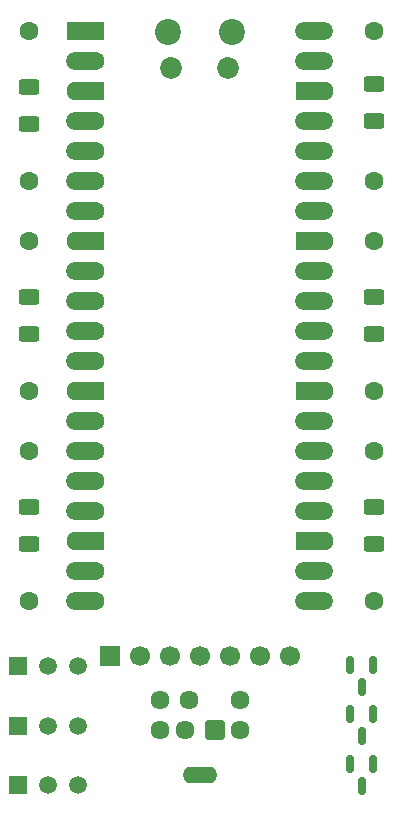
<source format=gbr>
%TF.GenerationSoftware,KiCad,Pcbnew,9.0.6*%
%TF.CreationDate,2025-11-18T00:54:51+10:00*%
%TF.ProjectId,PicoX68Key,5069636f-5836-4384-9b65-792e6b696361,rev?*%
%TF.SameCoordinates,Original*%
%TF.FileFunction,Soldermask,Top*%
%TF.FilePolarity,Negative*%
%FSLAX46Y46*%
G04 Gerber Fmt 4.6, Leading zero omitted, Abs format (unit mm)*
G04 Created by KiCad (PCBNEW 9.0.6) date 2025-11-18 00:54:51*
%MOMM*%
%LPD*%
G01*
G04 APERTURE LIST*
G04 Aperture macros list*
%AMRoundRect*
0 Rectangle with rounded corners*
0 $1 Rounding radius*
0 $2 $3 $4 $5 $6 $7 $8 $9 X,Y pos of 4 corners*
0 Add a 4 corners polygon primitive as box body*
4,1,4,$2,$3,$4,$5,$6,$7,$8,$9,$2,$3,0*
0 Add four circle primitives for the rounded corners*
1,1,$1+$1,$2,$3*
1,1,$1+$1,$4,$5*
1,1,$1+$1,$6,$7*
1,1,$1+$1,$8,$9*
0 Add four rect primitives between the rounded corners*
20,1,$1+$1,$2,$3,$4,$5,0*
20,1,$1+$1,$4,$5,$6,$7,0*
20,1,$1+$1,$6,$7,$8,$9,0*
20,1,$1+$1,$8,$9,$2,$3,0*%
%AMFreePoly0*
4,1,37,0.000000,0.796148,0.078414,0.796148,0.232228,0.765552,0.377117,0.705537,0.507515,0.618408,0.618408,0.507515,0.705537,0.377117,0.765552,0.232228,0.796148,0.078414,0.796148,-0.078414,0.765552,-0.232228,0.705537,-0.377117,0.618408,-0.507515,0.507515,-0.618408,0.377117,-0.705537,0.232228,-0.765552,0.078414,-0.796148,0.000000,-0.796148,0.000000,-0.800000,-2.200000,-0.800000,
-2.203843,-0.796157,-2.239018,-0.796157,-2.311114,-0.766294,-2.366294,-0.711114,-2.396157,-0.639018,-2.396157,-0.603843,-2.400000,-0.600000,-2.400000,0.600000,-2.396157,0.603843,-2.396157,0.639018,-2.366294,0.711114,-2.311114,0.766294,-2.239018,0.796157,-2.203843,0.796157,-2.200000,0.800000,0.000000,0.800000,0.000000,0.796148,0.000000,0.796148,$1*%
%AMFreePoly1*
4,1,37,0.603843,0.796157,0.639018,0.796157,0.711114,0.766294,0.766294,0.711114,0.796157,0.639018,0.796157,0.603843,0.800000,0.600000,0.800000,-0.600000,0.796157,-0.603843,0.796157,-0.639018,0.766294,-0.711114,0.711114,-0.766294,0.639018,-0.796157,0.603843,-0.796157,0.600000,-0.800000,-1.600000,-0.800000,-1.600000,-0.796148,-1.678414,-0.796148,-1.832228,-0.765552,-1.977117,-0.705537,
-2.107515,-0.618408,-2.218408,-0.507515,-2.305537,-0.377117,-2.365552,-0.232228,-2.396148,-0.078414,-2.396148,0.078414,-2.365552,0.232228,-2.305537,0.377117,-2.218408,0.507515,-2.107515,0.618408,-1.977117,0.705537,-1.832228,0.765552,-1.678414,0.796148,-1.600000,0.796148,-1.600000,0.800000,0.600000,0.800000,0.603843,0.796157,0.603843,0.796157,$1*%
%AMFreePoly2*
4,1,37,0.603843,0.796157,0.639018,0.796157,0.711114,0.766294,0.766294,0.711114,0.796157,0.639018,0.796157,0.603843,0.800000,0.600000,0.800000,-0.600000,0.796157,-0.603843,0.796157,-0.639018,0.766294,-0.711114,0.711114,-0.766294,0.639018,-0.796157,0.603843,-0.796157,0.600000,-0.800000,0.000000,-0.800000,0.000000,-0.796148,-0.078414,-0.796148,-0.232228,-0.765552,-0.377117,-0.705537,
-0.507515,-0.618408,-0.618408,-0.507515,-0.705537,-0.377117,-0.765552,-0.232228,-0.796148,-0.078414,-0.796148,0.078414,-0.765552,0.232228,-0.705537,0.377117,-0.618408,0.507515,-0.507515,0.618408,-0.377117,0.705537,-0.232228,0.765552,-0.078414,0.796148,0.000000,0.796148,0.000000,0.800000,0.600000,0.800000,0.603843,0.796157,0.603843,0.796157,$1*%
%AMFreePoly3*
4,1,37,1.600000,0.796148,1.678414,0.796148,1.832228,0.765552,1.977117,0.705537,2.107515,0.618408,2.218408,0.507515,2.305537,0.377117,2.365552,0.232228,2.396148,0.078414,2.396148,-0.078414,2.365552,-0.232228,2.305537,-0.377117,2.218408,-0.507515,2.107515,-0.618408,1.977117,-0.705537,1.832228,-0.765552,1.678414,-0.796148,1.600000,-0.796148,1.600000,-0.800000,-0.600000,-0.800000,
-0.603843,-0.796157,-0.639018,-0.796157,-0.711114,-0.766294,-0.766294,-0.711114,-0.796157,-0.639018,-0.796157,-0.603843,-0.800000,-0.600000,-0.800000,0.600000,-0.796157,0.603843,-0.796157,0.639018,-0.766294,0.711114,-0.711114,0.766294,-0.639018,0.796157,-0.603843,0.796157,-0.600000,0.800000,1.600000,0.800000,1.600000,0.796148,1.600000,0.796148,$1*%
%AMFreePoly4*
4,1,37,0.000000,0.796148,0.078414,0.796148,0.232228,0.765552,0.377117,0.705537,0.507515,0.618408,0.618408,0.507515,0.705537,0.377117,0.765552,0.232228,0.796148,0.078414,0.796148,-0.078414,0.765552,-0.232228,0.705537,-0.377117,0.618408,-0.507515,0.507515,-0.618408,0.377117,-0.705537,0.232228,-0.765552,0.078414,-0.796148,0.000000,-0.796148,0.000000,-0.800000,-0.600000,-0.800000,
-0.603843,-0.796157,-0.639018,-0.796157,-0.711114,-0.766294,-0.766294,-0.711114,-0.796157,-0.639018,-0.796157,-0.603843,-0.800000,-0.600000,-0.800000,0.600000,-0.796157,0.603843,-0.796157,0.639018,-0.766294,0.711114,-0.711114,0.766294,-0.639018,0.796157,-0.603843,0.796157,-0.600000,0.800000,0.000000,0.800000,0.000000,0.796148,0.000000,0.796148,$1*%
G04 Aperture macros list end*
%ADD10R,1.500000X1.500000*%
%ADD11C,1.500000*%
%ADD12RoundRect,0.250000X-0.625000X0.400000X-0.625000X-0.400000X0.625000X-0.400000X0.625000X0.400000X0*%
%ADD13C,1.600000*%
%ADD14RoundRect,0.150000X-0.150000X0.587500X-0.150000X-0.587500X0.150000X-0.587500X0.150000X0.587500X0*%
%ADD15C,2.200000*%
%ADD16C,1.850000*%
%ADD17RoundRect,0.200000X-0.600000X-0.600000X0.600000X-0.600000X0.600000X0.600000X-0.600000X0.600000X0*%
%ADD18FreePoly0,0.000000*%
%ADD19RoundRect,0.800000X-0.800000X-0.000010X0.800000X-0.000010X0.800000X0.000010X-0.800000X0.000010X0*%
%ADD20FreePoly1,0.000000*%
%ADD21FreePoly2,0.000000*%
%ADD22FreePoly3,0.000000*%
%ADD23FreePoly4,0.000000*%
%ADD24R,1.700000X1.700000*%
%ADD25C,1.700000*%
%ADD26RoundRect,0.102000X-0.704000X-0.704000X0.704000X-0.704000X0.704000X0.704000X-0.704000X0.704000X0*%
%ADD27C,1.612000*%
%ADD28O,2.934000X1.434000*%
G04 APERTURE END LIST*
D10*
%TO.C,Q2*%
X68450000Y-141447000D03*
D11*
X70990000Y-141447000D03*
X73530000Y-141447000D03*
%TD*%
D12*
%TO.C,R9*%
X69342000Y-105130000D03*
X69342000Y-108230000D03*
%TD*%
D13*
%TO.C,R3*%
X69342000Y-100330000D03*
X69342000Y-113030000D03*
%TD*%
%TO.C,R2*%
X98552000Y-82550000D03*
X98552000Y-95250000D03*
%TD*%
D14*
%TO.C,SQ3*%
X98480000Y-144620000D03*
X96580000Y-144620000D03*
X97530000Y-146495000D03*
%TD*%
D12*
%TO.C,R8*%
X98552000Y-87070000D03*
X98552000Y-90170000D03*
%TD*%
D13*
%TO.C,R5*%
X69342000Y-118110000D03*
X69342000Y-130810000D03*
%TD*%
D14*
%TO.C,SQ1*%
X98480000Y-136222500D03*
X96580000Y-136222500D03*
X97530000Y-138097500D03*
%TD*%
D13*
%TO.C,R1*%
X69342000Y-82550000D03*
X69342000Y-95250000D03*
%TD*%
D15*
%TO.C,U1*%
X81095000Y-82680000D03*
D16*
X81395000Y-85710000D03*
X86245000Y-85710000D03*
D15*
X86545000Y-82680000D03*
D17*
X74930000Y-82550000D03*
D18*
X74930000Y-82550000D03*
D13*
X74930000Y-85090000D03*
D19*
X74130000Y-85090000D03*
D20*
X74930000Y-87630000D03*
D21*
X74930000Y-87630000D03*
D13*
X74930000Y-90170000D03*
D19*
X74130000Y-90170000D03*
D13*
X74930000Y-92710000D03*
D19*
X74130000Y-92710000D03*
D13*
X74930000Y-95250000D03*
D19*
X74130000Y-95250000D03*
D13*
X74930000Y-97790000D03*
D19*
X74130000Y-97790000D03*
D20*
X74930000Y-100330000D03*
D21*
X74930000Y-100330000D03*
D13*
X74930000Y-102870000D03*
D19*
X74130000Y-102870000D03*
D13*
X74930000Y-105410000D03*
D19*
X74130000Y-105410000D03*
D13*
X74930000Y-107950000D03*
D19*
X74130000Y-107950000D03*
D13*
X74930000Y-110490000D03*
D19*
X74130000Y-110490000D03*
D20*
X74930000Y-113030000D03*
D21*
X74930000Y-113030000D03*
D13*
X74930000Y-115570000D03*
D19*
X74130000Y-115570000D03*
D13*
X74930000Y-118110000D03*
D19*
X74130000Y-118110000D03*
D13*
X74930000Y-120650000D03*
D19*
X74130000Y-120650000D03*
D13*
X74930000Y-123190000D03*
D19*
X74130000Y-123190000D03*
D20*
X74930000Y-125730000D03*
D21*
X74930000Y-125730000D03*
D13*
X74930000Y-128270000D03*
D19*
X74130000Y-128270000D03*
D13*
X74930000Y-130810000D03*
D19*
X74130000Y-130810000D03*
D13*
X92710000Y-130810000D03*
D19*
X93510000Y-130810000D03*
D13*
X92710000Y-128270000D03*
D19*
X93510000Y-128270000D03*
D22*
X92710000Y-125730000D03*
D23*
X92710000Y-125730000D03*
D13*
X92710000Y-123190000D03*
D19*
X93510000Y-123190000D03*
D13*
X92710000Y-120650000D03*
D19*
X93510000Y-120650000D03*
D13*
X92710000Y-118110000D03*
D19*
X93510000Y-118110000D03*
D13*
X92710000Y-115570000D03*
D19*
X93510000Y-115570000D03*
D22*
X92710000Y-113030000D03*
D23*
X92710000Y-113030000D03*
D13*
X92710000Y-110490000D03*
D19*
X93510000Y-110490000D03*
D13*
X92710000Y-107950000D03*
D19*
X93510000Y-107950000D03*
D13*
X92710000Y-105410000D03*
D19*
X93510000Y-105410000D03*
D13*
X92710000Y-102870000D03*
D19*
X93510000Y-102870000D03*
D22*
X92710000Y-100330000D03*
D23*
X92710000Y-100330000D03*
D13*
X92710000Y-97790000D03*
D19*
X93510000Y-97790000D03*
D13*
X92710000Y-95250000D03*
D19*
X93510000Y-95250000D03*
D13*
X92710000Y-92710000D03*
D19*
X93510000Y-92710000D03*
D13*
X92710000Y-90170000D03*
D19*
X93510000Y-90170000D03*
D22*
X92710000Y-87630000D03*
D23*
X92710000Y-87630000D03*
D13*
X92710000Y-85090000D03*
D19*
X93510000Y-85090000D03*
D13*
X92710000Y-82550000D03*
D19*
X93510000Y-82550000D03*
%TD*%
D14*
%TO.C,SQ2*%
X98480000Y-140413500D03*
X96580000Y-140413500D03*
X97530000Y-142288500D03*
%TD*%
D10*
%TO.C,Q3*%
X68450000Y-146421000D03*
D11*
X70990000Y-146421000D03*
X73530000Y-146421000D03*
%TD*%
D12*
%TO.C,R11*%
X69342000Y-122910000D03*
X69342000Y-126010000D03*
%TD*%
%TO.C,R12*%
X98552000Y-122910000D03*
X98552000Y-126010000D03*
%TD*%
D24*
%TO.C,J1*%
X76200000Y-135475000D03*
D25*
X78740000Y-135475000D03*
X81280000Y-135475000D03*
X83820000Y-135475000D03*
X86360000Y-135475000D03*
X88900000Y-135475000D03*
X91440000Y-135475000D03*
%TD*%
D12*
%TO.C,R7*%
X69342000Y-87350000D03*
X69342000Y-90450000D03*
%TD*%
D13*
%TO.C,R6*%
X98552000Y-118110000D03*
X98552000Y-130810000D03*
%TD*%
%TO.C,R4*%
X98552000Y-100330000D03*
X98552000Y-113030000D03*
%TD*%
D12*
%TO.C,R10*%
X98552000Y-105130000D03*
X98552000Y-108230000D03*
%TD*%
D26*
%TO.C,J2*%
X85150000Y-141750000D03*
D27*
X82550000Y-141750000D03*
X87250000Y-141750000D03*
X80450000Y-141750000D03*
X87250000Y-139250000D03*
X82950000Y-139250000D03*
X80450000Y-139250000D03*
D28*
X83850000Y-145550000D03*
%TD*%
D10*
%TO.C,Q1*%
X68450000Y-136350000D03*
D11*
X70990000Y-136350000D03*
X73530000Y-136350000D03*
%TD*%
M02*

</source>
